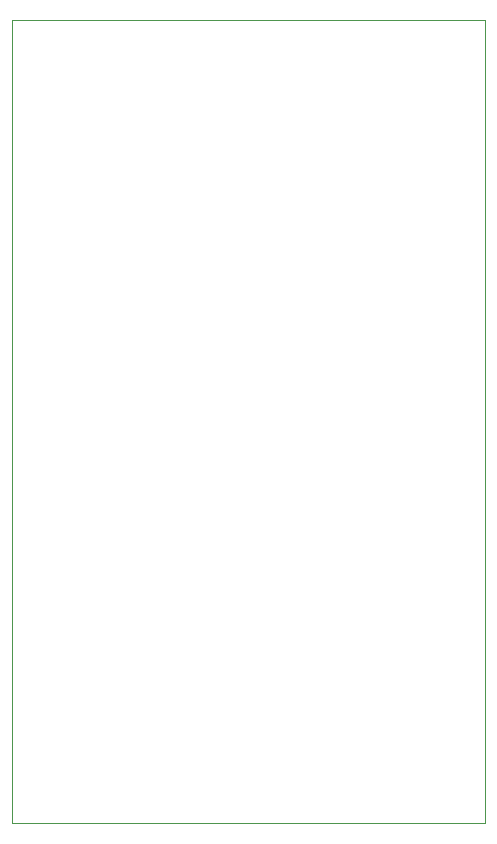
<source format=gbr>
%TF.GenerationSoftware,KiCad,Pcbnew,6.0.4*%
%TF.CreationDate,2022-06-16T01:35:27+03:00*%
%TF.ProjectId,MULTIGW,4d554c54-4947-4572-9e6b-696361645f70,rev?*%
%TF.SameCoordinates,Original*%
%TF.FileFunction,Profile,NP*%
%FSLAX46Y46*%
G04 Gerber Fmt 4.6, Leading zero omitted, Abs format (unit mm)*
G04 Created by KiCad (PCBNEW 6.0.4) date 2022-06-16 01:35:27*
%MOMM*%
%LPD*%
G01*
G04 APERTURE LIST*
%TA.AperFunction,Profile*%
%ADD10C,0.100000*%
%TD*%
G04 APERTURE END LIST*
D10*
X94000000Y-122000000D02*
X134000000Y-122000000D01*
X134000000Y-122000000D02*
X134000000Y-54000000D01*
X134000000Y-54000000D02*
X94000000Y-54000000D01*
X94000000Y-54000000D02*
X94000000Y-122000000D01*
M02*

</source>
